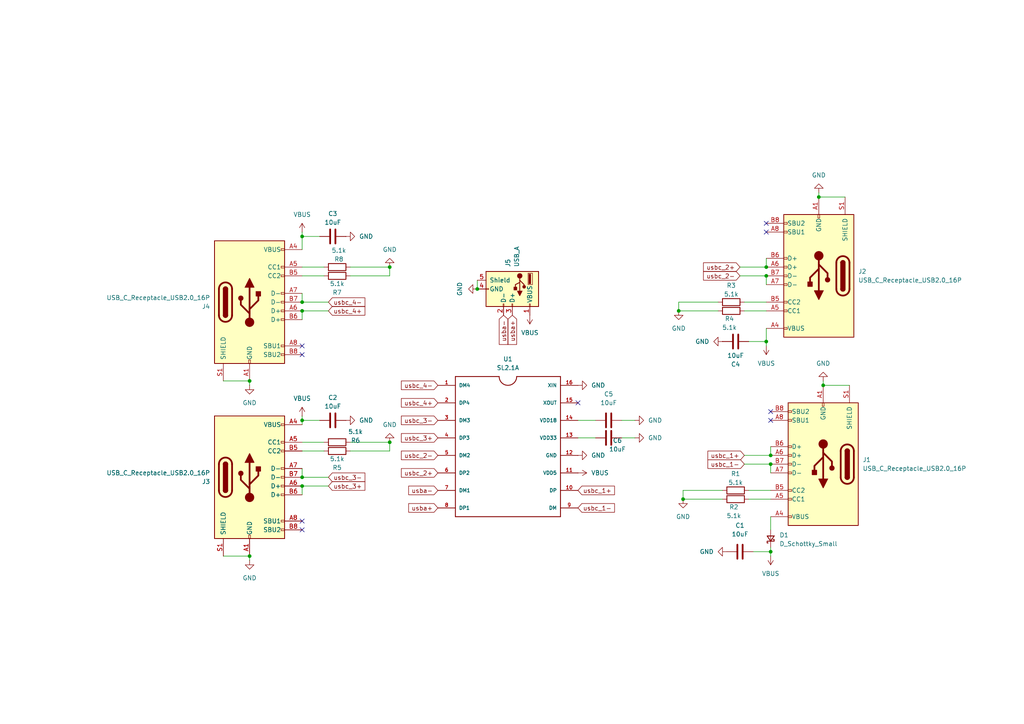
<source format=kicad_sch>
(kicad_sch (version 20231120) (generator "eeschema") (generator_version "8.0")
  (paper "A4")
  (lib_symbols
    (symbol "Connector:USB_A" (pin_names (offset 1.016))
      (property "Reference" "J" (at -5.08 11.43 0))
      (property "Value" "USB_A" (at -5.08 8.89 0))
      (symbol "USB_A_0_1"
        (rectangle (start -5.08 -7.62) (end 5.08 7.62) (stroke (width 0.254)) (fill (type background)))
        (circle (center -3.81 2.159) (radius 0.635) (stroke (width 0.254)) (fill (type outline)))
        (rectangle (start -1.524 4.826) (end -4.318 5.334) (fill (type outline)))
        (rectangle (start -1.27 4.572) (end -4.572 5.842))
        (circle (center -0.635 3.429) (radius 0.381) (stroke (width 0.254)) (fill (type outline)))
        (rectangle (start -0.127 -7.62) (end 0.127 -6.858))
        (polyline (pts (xy -3.175 2.159) (xy -2.54 2.159) (xy -1.27 3.429) (xy -0.635 3.429)) (stroke (width 0.254)))
        (polyline (pts (xy -2.54 2.159) (xy -1.905 2.159) (xy -1.27 0.889) (xy 0 0.889)) (stroke (width 0.254)))
        (polyline (pts (xy 0.635 2.794) (xy 0.635 1.524) (xy 1.905 2.159) (xy 0.635 2.794)) (stroke (width 0.254)) (fill (type outline)))
        (rectangle (start 0.254 1.27) (end -0.508 0.508) (stroke (width 0.254)) (fill (type outline)))
        (rectangle (start 5.08 -2.667) (end 4.318 -2.413))
        (rectangle (start 5.08 -0.127) (end 4.318 0.127))
        (rectangle (start 5.08 4.953) (end 4.318 5.207))
      )
      (symbol "USB_A_1_1"
        (polyline (pts (xy -1.905 2.159) (xy 0.635 2.159)) (stroke (width 0.254)))
        (pin power_in line (at 7.62 5.08 180) (length 2.54) (name "VBUS") (number "1"))
        (pin bidirectional line (at 7.62 -2.54 180) (length 2.54) (name "D-") (number "2"))
        (pin bidirectional line (at 7.62 0 180) (length 2.54) (name "D+") (number "3"))
        (pin power_in line (at 0 -10.16 90) (length 2.54) (name "GND") (number "4"))
        (pin passive line (at -2.54 -10.16 90) (length 2.54) (name "Shield") (number "5"))
      )
    )
    (symbol "Connector:USB_C_Receptacle_USB2.0_16P" (pin_names (offset 1.016))
      (property "Reference" "J" (at 0 22.225 0))
      (property "Value" "USB_C_Receptacle_USB2.0_16P" (at 0 19.685 0))
      (symbol "USB_C_Receptacle_USB2.0_16P_0_0"
        (rectangle (start -0.254 -17.78) (end 0.254 -16.764))
        (rectangle (start 10.16 -14.986) (end 9.144 -15.494))
        (rectangle (start 10.16 -12.446) (end 9.144 -12.954))
        (rectangle (start 10.16 -4.826) (end 9.144 -5.334))
        (rectangle (start 10.16 -2.286) (end 9.144 -2.794))
        (rectangle (start 10.16 0.254) (end 9.144 -0.254))
        (rectangle (start 10.16 2.794) (end 9.144 2.286))
        (rectangle (start 10.16 7.874) (end 9.144 7.366))
        (rectangle (start 10.16 10.414) (end 9.144 9.906))
        (rectangle (start 10.16 15.494) (end 9.144 14.986))
      )
      (symbol "USB_C_Receptacle_USB2.0_16P_0_1"
        (rectangle (start -10.16 17.78) (end 10.16 -17.78) (stroke (width 0.254)) (fill (type background)))
        (arc (start -8.89 -3.81) (mid -6.985 -5.7067) (end -5.08 -3.81) (stroke (width 0.508)))
        (arc (start -7.62 -3.81) (mid -6.985 -4.4423) (end -6.35 -3.81) (stroke (width 0.254)))
        (arc (start -7.62 -3.81) (mid -6.985 -4.4423) (end -6.35 -3.81) (stroke (width 0.254)) (fill (type outline)))
        (rectangle (start -7.62 -3.81) (end -6.35 3.81) (stroke (width 0.254)) (fill (type outline)))
        (arc (start -6.35 3.81) (mid -6.985 4.4423) (end -7.62 3.81) (stroke (width 0.254)))
        (arc (start -6.35 3.81) (mid -6.985 4.4423) (end -7.62 3.81) (stroke (width 0.254)) (fill (type outline)))
        (arc (start -5.08 3.81) (mid -6.985 5.7067) (end -8.89 3.81) (stroke (width 0.508)))
        (circle (center -2.54 1.143) (radius 0.635) (stroke (width 0.254)) (fill (type outline)))
        (circle (center 0 -5.842) (radius 1.27) (fill (type outline)))
        (polyline (pts (xy -8.89 -3.81) (xy -8.89 3.81)) (stroke (width 0.508)))
        (polyline (pts (xy -5.08 3.81) (xy -5.08 -3.81)) (stroke (width 0.508)))
        (polyline (pts (xy 0 -5.842) (xy 0 4.318)) (stroke (width 0.508)))
        (polyline (pts (xy 0 -3.302) (xy -2.54 -0.762) (xy -2.54 0.508)) (stroke (width 0.508)))
        (polyline (pts (xy 0 -2.032) (xy 2.54 0.508) (xy 2.54 1.778)) (stroke (width 0.508)))
        (polyline (pts (xy -1.27 4.318) (xy 0 6.858) (xy 1.27 4.318) (xy -1.27 4.318)) (stroke (width 0.254)) (fill (type outline)))
        (rectangle (start 1.905 1.778) (end 3.175 3.048) (stroke (width 0.254)) (fill (type outline)))
      )
      (symbol "USB_C_Receptacle_USB2.0_16P_1_1"
        (pin passive line (at 0 -22.86 90) (length 5.08) (name "GND") (number "A1"))
        (pin passive line (at 0 -22.86 90) (length 5.08) hide (name "GND") (number "A12"))
        (pin passive line (at 15.24 15.24 180) (length 5.08) (name "VBUS") (number "A4"))
        (pin bidirectional line (at 15.24 10.16 180) (length 5.08) (name "CC1") (number "A5"))
        (pin bidirectional line (at 15.24 -2.54 180) (length 5.08) (name "D+") (number "A6"))
        (pin bidirectional line (at 15.24 2.54 180) (length 5.08) (name "D-") (number "A7"))
        (pin bidirectional line (at 15.24 -12.7 180) (length 5.08) (name "SBU1") (number "A8"))
        (pin passive line (at 15.24 15.24 180) (length 5.08) hide (name "VBUS") (number "A9"))
        (pin passive line (at 0 -22.86 90) (length 5.08) hide (name "GND") (number "B1"))
        (pin passive line (at 0 -22.86 90) (length 5.08) hide (name "GND") (number "B12"))
        (pin passive line (at 15.24 15.24 180) (length 5.08) hide (name "VBUS") (number "B4"))
        (pin bidirectional line (at 15.24 7.62 180) (length 5.08) (name "CC2") (number "B5"))
        (pin bidirectional line (at 15.24 -5.08 180) (length 5.08) (name "D+") (number "B6"))
        (pin bidirectional line (at 15.24 0 180) (length 5.08) (name "D-") (number "B7"))
        (pin bidirectional line (at 15.24 -15.24 180) (length 5.08) (name "SBU2") (number "B8"))
        (pin passive line (at 15.24 15.24 180) (length 5.08) hide (name "VBUS") (number "B9"))
        (pin passive line (at -7.62 -22.86 90) (length 5.08) (name "SHIELD") (number "S1"))
      )
    )
    (symbol "Device:C" (pin_numbers hide) (pin_names (offset 0.254))
      (property "Reference" "C" (at 0.635 2.54 0))
      (property "Value" "C" (at 0.635 -2.54 0))
      (symbol "C_0_1"
        (polyline (pts (xy -2.032 -0.762) (xy 2.032 -0.762)) (stroke (width 0.508)))
        (polyline (pts (xy -2.032 0.762) (xy 2.032 0.762)) (stroke (width 0.508)))
      )
      (symbol "C_1_1"
        (pin passive line (at 0 3.81 270) (length 2.794) (name "~") (number "1"))
        (pin passive line (at 0 -3.81 90) (length 2.794) (name "~") (number "2"))
      )
    )
    (symbol "Device:D_Schottky_Small" (pin_numbers hide) (pin_names (offset 0.254) hide)
      (property "Reference" "D" (at -1.27 2.032 0))
      (property "Value" "D_Schottky_Small" (at -7.112 -2.032 0))
      (symbol "D_Schottky_Small_0_1"
        (polyline (pts (xy -0.762 0) (xy 0.762 0)))
        (polyline (pts (xy 0.762 -1.016) (xy -0.762 0) (xy 0.762 1.016) (xy 0.762 -1.016)) (stroke (width 0.254)))
        (polyline (pts (xy -1.27 0.762) (xy -1.27 1.016) (xy -0.762 1.016) (xy -0.762 -1.016) (xy -0.254 -1.016) (xy -0.254 -0.762)) (stroke (width 0.254)))
      )
      (symbol "D_Schottky_Small_1_1"
        (pin passive line (at -2.54 0 0) (length 1.778) (name "K") (number "1"))
        (pin passive line (at 2.54 0 180) (length 1.778) (name "A") (number "2"))
      )
    )
    (symbol "Device:R" (pin_numbers hide) (pin_names (offset 0))
      (property "Reference" "R" (at 2.032 0 90))
      (property "Value" "R" (at 0 0 90))
      (symbol "R_0_1"
        (rectangle (start -1.016 -2.54) (end 1.016 2.54) (stroke (width 0.254)))
      )
      (symbol "R_1_1"
        (pin passive line (at 0 3.81 270) (length 1.27) (name "~") (number "1"))
        (pin passive line (at 0 -3.81 90) (length 1.27) (name "~") (number "2"))
      )
    )
    (symbol "corechips:SL2.1A" (pin_names (offset 1.016))
      (property "Reference" "U" (at 0 22.86 0))
      (property "Value" "SL2.1A" (at 0 -22.86 0))
      (symbol "SL2.1A_0_0"
        (arc (start -2.54 20.32) (mid 0 17.791) (end 2.54 20.32) (stroke (width 0.254)))
        (polyline (pts (xy -15.24 -20.32) (xy 15.24 -20.32)) (stroke (width 0.254)))
        (polyline (pts (xy -15.24 20.32) (xy -15.24 -20.32)) (stroke (width 0.254)))
        (polyline (pts (xy -2.54 20.32) (xy -15.24 20.32)) (stroke (width 0.254)))
        (polyline (pts (xy 15.24 -20.32) (xy 15.24 20.32)) (stroke (width 0.254)))
        (polyline (pts (xy 15.24 20.32) (xy 2.54 20.32)) (stroke (width 0.254)))
        (pin bidirectional line (at -20.32 17.78 0) (length 5.08) (name "DM4") (number "1"))
        (pin bidirectional line (at 20.32 -12.7 180) (length 5.08) (name "DP") (number "10"))
        (pin bidirectional line (at 20.32 -7.62 180) (length 5.08) (name "VDD5") (number "11"))
        (pin bidirectional line (at 20.32 -2.54 180) (length 5.08) (name "GND") (number "12"))
        (pin bidirectional line (at 20.32 2.54 180) (length 5.08) (name "VDD33") (number "13"))
        (pin bidirectional line (at 20.32 7.62 180) (length 5.08) (name "VDD18") (number "14"))
        (pin bidirectional line (at 20.32 12.7 180) (length 5.08) (name "XOUT") (number "15"))
        (pin bidirectional line (at 20.32 17.78 180) (length 5.08) (name "XIN") (number "16"))
        (pin bidirectional line (at -20.32 12.7 0) (length 5.08) (name "DP4") (number "2"))
        (pin bidirectional line (at -20.32 7.62 0) (length 5.08) (name "DM3") (number "3"))
        (pin bidirectional line (at -20.32 2.54 0) (length 5.08) (name "DP3") (number "4"))
        (pin bidirectional line (at -20.32 -2.54 0) (length 5.08) (name "DM2") (number "5"))
        (pin bidirectional line (at -20.32 -7.62 0) (length 5.08) (name "DP2") (number "6"))
        (pin bidirectional line (at -20.32 -12.7 0) (length 5.08) (name "DM1") (number "7"))
        (pin bidirectional line (at -20.32 -17.78 0) (length 5.08) (name "DP1") (number "8"))
        (pin bidirectional line (at 20.32 -17.78 180) (length 5.08) (name "DM") (number "9"))
      )
    )
    (symbol "power:GND" (power) (pin_numbers hide) (pin_names (offset 0) hide)
      (property "Value" "GND" (at 0 -3.81 0))
      (symbol "GND_0_1"
        (polyline (pts (xy 0 0) (xy 0 -1.27) (xy 1.27 -1.27) (xy 0 -2.54) (xy -1.27 -1.27) (xy 0 -1.27)))
      )
      (symbol "GND_1_1"
        (pin power_in line (at 0 0 270) (length 0) (name "~") (number "1"))
      )
    )
    (symbol "power:VBUS" (power) (pin_numbers hide) (pin_names (offset 0) hide)
      (property "Value" "VBUS" (at 0 3.556 0))
      (symbol "VBUS_0_1"
        (polyline (pts (xy -0.762 1.27) (xy 0 2.54)))
        (polyline (pts (xy 0 0) (xy 0 2.54)))
        (polyline (pts (xy 0 2.54) (xy 0.762 1.27)))
      )
      (symbol "VBUS_1_1"
        (pin power_in line (at 0 0 90) (length 0) (name "~") (number "1"))
      )
    )
  )
  (junction (at 222.25 99.06))
  (junction (at 87.63 138.43))
  (junction (at 72.39 110.49))
  (junction (at 237.49 57.15))
  (junction (at 113.03 77.47))
  (junction (at 87.63 121.92))
  (junction (at 222.25 77.47))
  (junction (at 113.03 128.27))
  (junction (at 138.43 83.82))
  (junction (at 223.52 132.08))
  (junction (at 196.85 90.17))
  (junction (at 222.25 80.01))
  (junction (at 72.39 161.29))
  (junction (at 238.76 111.76))
  (junction (at 198.12 144.78))
  (junction (at 87.63 140.97))
  (junction (at 87.63 68.58))
  (junction (at 223.52 160.02))
  (junction (at 87.63 90.17))
  (junction (at 87.63 87.63))
  (junction (at 223.52 134.62))
  (no_connect (at 87.63 153.67))
  (no_connect (at 222.25 67.31))
  (no_connect (at 222.25 64.77))
  (no_connect (at 87.63 102.87))
  (no_connect (at 87.63 100.33))
  (no_connect (at 223.52 119.38))
  (no_connect (at 167.64 116.84))
  (no_connect (at 87.63 151.13))
  (no_connect (at 223.52 121.92))
  (wire (pts (xy 87.63 121.92) (xy 87.63 123.19)))
  (wire (pts (xy 113.03 130.81) (xy 101.6 130.81)))
  (wire (pts (xy 222.25 80.01) (xy 222.25 82.55)))
  (wire (pts (xy 87.63 67.31) (xy 87.63 68.58)))
  (wire (pts (xy 93.98 77.47) (xy 87.63 77.47)))
  (wire (pts (xy 196.85 87.63) (xy 208.28 87.63)))
  (wire (pts (xy 215.9 90.17) (xy 222.25 90.17)))
  (wire (pts (xy 72.39 110.49) (xy 64.77 110.49)))
  (wire (pts (xy 238.76 111.76) (xy 246.38 111.76)))
  (wire (pts (xy 218.44 160.02) (xy 223.52 160.02)))
  (wire (pts (xy 180.34 121.92) (xy 184.15 121.92)))
  (wire (pts (xy 113.03 80.01) (xy 113.03 77.47)))
  (wire (pts (xy 87.63 87.63) (xy 87.63 85.09)))
  (wire (pts (xy 215.9 132.08) (xy 223.52 132.08)))
  (wire (pts (xy 87.63 143.51) (xy 87.63 140.97)))
  (wire (pts (xy 217.17 144.78) (xy 223.52 144.78)))
  (wire (pts (xy 87.63 68.58) (xy 87.63 72.39)))
  (wire (pts (xy 215.9 134.62) (xy 223.52 134.62)))
  (wire (pts (xy 167.64 121.92) (xy 172.72 121.92)))
  (wire (pts (xy 92.71 121.92) (xy 87.63 121.92)))
  (wire (pts (xy 93.98 80.01) (xy 87.63 80.01)))
  (wire (pts (xy 72.39 111.76) (xy 72.39 110.49)))
  (wire (pts (xy 198.12 142.24) (xy 198.12 144.78)))
  (wire (pts (xy 92.71 68.58) (xy 87.63 68.58)))
  (wire (pts (xy 223.52 160.02) (xy 223.52 158.75)))
  (wire (pts (xy 223.52 134.62) (xy 223.52 137.16)))
  (wire (pts (xy 87.63 120.65) (xy 87.63 121.92)))
  (wire (pts (xy 214.63 80.01) (xy 222.25 80.01)))
  (wire (pts (xy 95.25 90.17) (xy 87.63 90.17)))
  (wire (pts (xy 237.49 55.88) (xy 237.49 57.15)))
  (wire (pts (xy 237.49 57.15) (xy 245.11 57.15)))
  (wire (pts (xy 196.85 90.17) (xy 208.28 90.17)))
  (wire (pts (xy 87.63 92.71) (xy 87.63 90.17)))
  (wire (pts (xy 93.98 130.81) (xy 87.63 130.81)))
  (wire (pts (xy 87.63 138.43) (xy 87.63 135.89)))
  (wire (pts (xy 222.25 100.33) (xy 222.25 99.06)))
  (wire (pts (xy 222.25 99.06) (xy 222.25 95.25)))
  (wire (pts (xy 180.34 127) (xy 184.15 127)))
  (wire (pts (xy 222.25 74.93) (xy 222.25 77.47)))
  (wire (pts (xy 113.03 80.01) (xy 101.6 80.01)))
  (wire (pts (xy 215.9 87.63) (xy 222.25 87.63)))
  (wire (pts (xy 198.12 144.78) (xy 209.55 144.78)))
  (wire (pts (xy 198.12 142.24) (xy 209.55 142.24)))
  (wire (pts (xy 113.03 128.27) (xy 101.6 128.27)))
  (wire (pts (xy 223.52 153.67) (xy 223.52 149.86)))
  (wire (pts (xy 113.03 77.47) (xy 101.6 77.47)))
  (wire (pts (xy 93.98 128.27) (xy 87.63 128.27)))
  (wire (pts (xy 95.25 87.63) (xy 87.63 87.63)))
  (wire (pts (xy 72.39 162.56) (xy 72.39 161.29)))
  (wire (pts (xy 238.76 110.49) (xy 238.76 111.76)))
  (wire (pts (xy 167.64 127) (xy 172.72 127)))
  (wire (pts (xy 196.85 87.63) (xy 196.85 90.17)))
  (wire (pts (xy 138.43 81.28) (xy 138.43 83.82)))
  (wire (pts (xy 113.03 130.81) (xy 113.03 128.27)))
  (wire (pts (xy 214.63 77.47) (xy 222.25 77.47)))
  (wire (pts (xy 223.52 161.29) (xy 223.52 160.02)))
  (wire (pts (xy 72.39 161.29) (xy 64.77 161.29)))
  (wire (pts (xy 217.17 142.24) (xy 223.52 142.24)))
  (wire (pts (xy 217.17 99.06) (xy 222.25 99.06)))
  (wire (pts (xy 95.25 138.43) (xy 87.63 138.43)))
  (wire (pts (xy 223.52 129.54) (xy 223.52 132.08)))
  (wire (pts (xy 95.25 140.97) (xy 87.63 140.97)))
  (global_label "usbc_3-" (shape input) (at 127 121.92 180) (property "Intersheetrefs" "${INTERSHEET_REFS}" (effects (hide yes))))
  (global_label "usbc_4+" (shape input) (at 127 116.84 180) (property "Intersheetrefs" "${INTERSHEET_REFS}" (effects (hide yes))))
  (global_label "usbc_4-" (shape input) (at 95.25 87.63 0) (property "Intersheetrefs" "${INTERSHEET_REFS}" (effects (hide yes))))
  (global_label "usbc_4-" (shape input) (at 127 111.76 180) (property "Intersheetrefs" "${INTERSHEET_REFS}" (effects (hide yes))))
  (global_label "usbc_1+" (shape input) (at 167.64 142.24 0) (property "Intersheetrefs" "${INTERSHEET_REFS}" (effects (hide yes))))
  (global_label "usba+" (shape input) (at 148.59 91.44 270) (property "Intersheetrefs" "${INTERSHEET_REFS}" (effects (hide yes))))
  (global_label "usbc_2+" (shape input) (at 127 137.16 180) (property "Intersheetrefs" "${INTERSHEET_REFS}" (effects (hide yes))))
  (global_label "usba+" (shape input) (at 127 147.32 180) (property "Intersheetrefs" "${INTERSHEET_REFS}" (effects (hide yes))))
  (global_label "usbc_2-" (shape input) (at 127 132.08 180) (property "Intersheetrefs" "${INTERSHEET_REFS}" (effects (hide yes))))
  (global_label "usba-" (shape input) (at 127 142.24 180) (property "Intersheetrefs" "${INTERSHEET_REFS}" (effects (hide yes))))
  (global_label "usbc_3-" (shape input) (at 95.25 138.43 0) (property "Intersheetrefs" "${INTERSHEET_REFS}" (effects (hide yes))))
  (global_label "usbc_1-" (shape input) (at 215.9 134.62 180) (property "Intersheetrefs" "${INTERSHEET_REFS}" (effects (hide yes))))
  (global_label "usbc_2+" (shape input) (at 214.63 77.47 180) (property "Intersheetrefs" "${INTERSHEET_REFS}" (effects (hide yes))))
  (global_label "usbc_2-" (shape input) (at 214.63 80.01 180) (property "Intersheetrefs" "${INTERSHEET_REFS}" (effects (hide yes))))
  (global_label "usbc_3+" (shape input) (at 95.25 140.97 0) (property "Intersheetrefs" "${INTERSHEET_REFS}" (effects (hide yes))))
  (global_label "usbc_1+" (shape input) (at 215.9 132.08 180) (property "Intersheetrefs" "${INTERSHEET_REFS}" (effects (hide yes))))
  (global_label "usbc_1-" (shape input) (at 167.64 147.32 0) (property "Intersheetrefs" "${INTERSHEET_REFS}" (effects (hide yes))))
  (global_label "usbc_3+" (shape input) (at 127 127 180) (property "Intersheetrefs" "${INTERSHEET_REFS}" (effects (hide yes))))
  (global_label "usba-" (shape input) (at 146.05 91.44 270) (property "Intersheetrefs" "${INTERSHEET_REFS}" (effects (hide yes))))
  (global_label "usbc_4+" (shape input) (at 95.25 90.17 0) (property "Intersheetrefs" "${INTERSHEET_REFS}" (effects (hide yes))))
  (symbol (lib_id "power:VBUS") (at 222.25 100.33 180) (unit 1)
    (property "Reference" "#PWR015" (effects (hide yes)))
    (property "Value" "VBUS" (at 222.25 105.41 0))
    (property "Description" "Power symbol creates a global label with name \"VBUS\"" (effects (hide yes)))
  )
  (symbol (lib_id "Device:R") (at 213.36 144.78 90) (unit 1)
    (property "Reference" "R2" (at 212.852 147.066 90))
    (property "Value" "5.1k" (at 212.852 149.606 90))
    (property "Footprint" "Resistor_SMD:R_0603_1608Metric" (effects (hide yes)))
    (property "Description" "Resistor" (effects (hide yes)))
  )
  (symbol (lib_id "power:GND") (at 113.03 128.27 180) (unit 1)
    (property "Reference" "#PWR011" (effects (hide yes)))
    (property "Value" "GND" (at 113.03 123.19 0))
    (property "Description" "Power symbol creates a global label with name \"GND\" , ground" (effects (hide yes)))
  )
  (symbol (lib_id "power:VBUS") (at 223.52 161.29 180) (unit 1)
    (property "Reference" "#PWR06" (effects (hide yes)))
    (property "Value" "VBUS" (at 223.52 166.37 0))
    (property "Description" "Power symbol creates a global label with name \"VBUS\"" (effects (hide yes)))
  )
  (symbol (lib_id "power:GND") (at 167.64 132.08 90) (unit 1)
    (property "Reference" "#PWR01" (effects (hide yes)))
    (property "Value" "GND" (at 171.45 132.0799 90) (effects (justify right)))
    (property "Description" "Power symbol creates a global label with name \"GND\" , ground" (effects (hide yes)))
  )
  (symbol (lib_id "power:GND") (at 238.76 110.49 180) (unit 1)
    (property "Reference" "#PWR05" (effects (hide yes)))
    (property "Value" "GND" (at 238.76 105.41 0))
    (property "Description" "Power symbol creates a global label with name \"GND\" , ground" (effects (hide yes)))
  )
  (symbol (lib_id "Device:C") (at 96.52 121.92 270) (unit 1)
    (property "Reference" "C2" (at 96.52 115.316 90))
    (property "Value" "10uF" (at 96.52 117.856 90))
    (property "Footprint" "Capacitor_SMD:C_1210_3225Metric" (effects (hide yes)))
    (property "Description" "Unpolarized capacitor" (effects (hide yes)))
  )
  (symbol (lib_id "power:GND") (at 72.39 111.76 0) (unit 1)
    (property "Reference" "#PWR016" (effects (hide yes)))
    (property "Value" "GND" (at 72.39 116.84 0))
    (property "Description" "Power symbol creates a global label with name \"GND\" , ground" (effects (hide yes)))
  )
  (symbol (lib_id "Connector:USB_C_Receptacle_USB2.0_16P") (at 72.39 138.43 0) (unit 1)
    (property "Reference" "J3" (at 60.96 139.7001 0) (effects (justify right)))
    (property "Value" "USB_C_Receptacle_USB2.0_16P" (at 60.96 137.1601 0) (effects (justify right)))
    (property "Footprint" "Connector_USB:USB_C_Receptacle_G-Switch_GT-USB-7010ASV" (effects (hide yes)))
    (property "Datasheet" "https://www.usb.org/sites/default/files/documents/usb_type-c.zip" (effects (hide yes)))
    (property "Description" "USB 2.0-only 16P Type-C Receptacle connector" (effects (hide yes)))
  )
  (symbol (lib_id "Device:R") (at 97.79 128.27 270) (unit 1)
    (property "Reference" "R6" (at 103.124 127.762 90))
    (property "Value" "5.1k" (at 103.124 125.222 90))
    (property "Footprint" "Resistor_SMD:R_0603_1608Metric" (effects (hide yes)))
    (property "Description" "Resistor" (effects (hide yes)))
  )
  (symbol (lib_id "power:GND") (at 184.15 127 90) (unit 1)
    (property "Reference" "#PWR09" (effects (hide yes)))
    (property "Value" "GND" (at 187.96 126.9999 90) (effects (justify right)))
    (property "Description" "Power symbol creates a global label with name \"GND\" , ground" (effects (hide yes)))
  )
  (symbol (lib_id "Device:C") (at 213.36 99.06 90) (unit 1)
    (property "Reference" "C4" (at 213.36 105.664 90))
    (property "Value" "10uF" (at 213.36 103.124 90))
    (property "Footprint" "Capacitor_SMD:C_1210_3225Metric" (effects (hide yes)))
    (property "Description" "Unpolarized capacitor" (effects (hide yes)))
  )
  (symbol (lib_id "power:GND") (at 184.15 121.92 90) (unit 1)
    (property "Reference" "#PWR022" (effects (hide yes)))
    (property "Value" "GND" (at 187.96 121.9199 90) (effects (justify right)))
    (property "Description" "Power symbol creates a global label with name \"GND\" , ground" (effects (hide yes)))
  )
  (symbol (lib_id "power:VBUS") (at 153.67 91.44 180) (unit 1)
    (property "Reference" "#PWR03" (effects (hide yes)))
    (property "Value" "VBUS" (at 153.67 96.52 0))
    (property "Description" "Power symbol creates a global label with name \"VBUS\"" (effects (hide yes)))
  )
  (symbol (lib_id "Device:R") (at 97.79 77.47 270) (unit 1)
    (property "Reference" "R8" (at 98.298 75.184 90))
    (property "Value" "5.1k" (at 98.298 72.644 90))
    (property "Footprint" "Resistor_SMD:R_0603_1608Metric" (effects (hide yes)))
    (property "Description" "Resistor" (effects (hide yes)))
  )
  (symbol (lib_id "power:GND") (at 138.43 83.82 270) (unit 1)
    (property "Reference" "#PWR04" (effects (hide yes)))
    (property "Value" "GND" (at 133.35 83.82 0))
    (property "Description" "Power symbol creates a global label with name \"GND\" , ground" (effects (hide yes)))
  )
  (symbol (lib_id "Device:R") (at 212.09 87.63 90) (unit 1)
    (property "Reference" "R3" (at 212.09 82.804 90))
    (property "Value" "5.1k" (at 212.09 85.344 90))
    (property "Footprint" "Resistor_SMD:R_0603_1608Metric" (effects (hide yes)))
    (property "Description" "Resistor" (effects (hide yes)))
  )
  (symbol (lib_id "Device:R") (at 97.79 130.81 270) (unit 1)
    (property "Reference" "R5" (at 97.79 135.636 90))
    (property "Value" "5.1k" (at 97.79 133.096 90))
    (property "Footprint" "Resistor_SMD:R_0603_1608Metric" (effects (hide yes)))
    (property "Description" "Resistor" (effects (hide yes)))
  )
  (symbol (lib_id "corechips:SL2.1A") (at 147.32 129.54 0) (unit 1)
    (property "Reference" "U1" (at 147.32 104.14 0))
    (property "Value" "SL2.1A" (at 147.32 106.68 0))
    (property "Footprint" "corechips:SO16" (effects (hide yes)))
    (property "MF" "CoreChips ShenZhen CO.,Ltd" (effects (hide yes)))
    (property "Description_1" "\n                        \n                            USB 2.0 HIGH SPEED 4-PORT HUB CONTROLLER \n                        \n" (effects (hide yes)))
    (property "Package" "Package" (effects (hide yes)))
    (property "Price" "None" (effects (hide yes)))
    (property "SnapEDA_Link" "https://www.snapeda.com/parts/SL2.1A/CoreChips+ShenZhen+CO.%252CLtd/view-part/?ref=snap" (effects (hide yes)))
    (property "MP" "SL2.1A" (effects (hide yes)))
    (property "Availability" "Not in stock" (effects (hide yes)))
    (property "Check_prices" "https://www.snapeda.com/parts/SL2.1A/CoreChips+ShenZhen+CO.%252CLtd/view-part/?ref=eda" (effects (hide yes)))
  )
  (symbol (lib_id "Device:C") (at 176.53 121.92 90) (unit 1)
    (property "Reference" "C5" (at 176.53 114.3 90))
    (property "Value" "10uF" (at 176.53 116.84 90))
    (property "Footprint" "Capacitor_SMD:C_1210_3225Metric" (effects (hide yes)))
    (property "Description" "Unpolarized capacitor" (effects (hide yes)))
  )
  (symbol (lib_id "power:GND") (at 100.33 68.58 90) (unit 1)
    (property "Reference" "#PWR020" (effects (hide yes)))
    (property "Value" "GND" (at 104.14 68.5801 90) (effects (justify right)))
    (property "Description" "Power symbol creates a global label with name \"GND\" , ground" (effects (hide yes)))
  )
  (symbol (lib_id "power:GND") (at 100.33 121.92 90) (unit 1)
    (property "Reference" "#PWR018" (effects (hide yes)))
    (property "Value" "GND" (at 104.14 121.9201 90) (effects (justify right)))
    (property "Description" "Power symbol creates a global label with name \"GND\" , ground" (effects (hide yes)))
  )
  (symbol (lib_id "Device:R") (at 212.09 90.17 90) (unit 1)
    (property "Reference" "R4" (at 211.582 92.456 90))
    (property "Value" "5.1k" (at 211.582 94.996 90))
    (property "Footprint" "Resistor_SMD:R_0603_1608Metric" (effects (hide yes)))
    (property "Description" "Resistor" (effects (hide yes)))
  )
  (symbol (lib_id "power:GND") (at 196.85 90.17 0) (unit 1)
    (property "Reference" "#PWR08" (effects (hide yes)))
    (property "Value" "GND" (at 196.85 95.25 0))
    (property "Description" "Power symbol creates a global label with name \"GND\" , ground" (effects (hide yes)))
  )
  (symbol (lib_id "power:GND") (at 167.64 111.76 90) (unit 1)
    (property "Reference" "#PWR023" (effects (hide yes)))
    (property "Value" "GND" (at 171.45 111.7599 90) (effects (justify right)))
    (property "Description" "Power symbol creates a global label with name \"GND\" , ground" (effects (hide yes)))
  )
  (symbol (lib_id "power:VBUS") (at 87.63 67.31 0) (unit 1)
    (property "Reference" "#PWR019" (effects (hide yes)))
    (property "Value" "VBUS" (at 87.63 62.23 0))
    (property "Description" "Power symbol creates a global label with name \"VBUS\"" (effects (hide yes)))
  )
  (symbol (lib_id "Device:C") (at 176.53 127 90) (unit 1)
    (property "Reference" "C6" (at 179.07 127.762 90))
    (property "Value" "10uF" (at 179.07 130.302 90))
    (property "Footprint" "Capacitor_SMD:C_1210_3225Metric" (effects (hide yes)))
    (property "Description" "Unpolarized capacitor" (effects (hide yes)))
  )
  (symbol (lib_id "power:GND") (at 210.82 160.02 270) (unit 1)
    (property "Reference" "#PWR017" (effects (hide yes)))
    (property "Value" "GND" (at 207.01 160.0199 90) (effects (justify right)))
    (property "Description" "Power symbol creates a global label with name \"GND\" , ground" (effects (hide yes)))
  )
  (symbol (lib_id "Device:C") (at 214.63 160.02 90) (unit 1)
    (property "Reference" "C1" (at 214.63 152.4 90))
    (property "Value" "10uF" (at 214.63 154.94 90))
    (property "Footprint" "Capacitor_SMD:C_1210_3225Metric" (effects (hide yes)))
    (property "Description" "Unpolarized capacitor" (effects (hide yes)))
  )
  (symbol (lib_id "Device:C") (at 96.52 68.58 270) (unit 1)
    (property "Reference" "C3" (at 96.52 61.976 90))
    (property "Value" "10uF" (at 96.52 64.516 90))
    (property "Footprint" "Capacitor_SMD:C_1210_3225Metric" (effects (hide yes)))
    (property "Description" "Unpolarized capacitor" (effects (hide yes)))
  )
  (symbol (lib_id "Device:R") (at 213.36 142.24 90) (unit 1)
    (property "Reference" "R1" (at 213.36 137.414 90))
    (property "Value" "5.1k" (at 213.36 139.954 90))
    (property "Footprint" "Resistor_SMD:R_0603_1608Metric" (effects (hide yes)))
    (property "Description" "Resistor" (effects (hide yes)))
  )
  (symbol (lib_id "power:GND") (at 72.39 162.56 0) (unit 1)
    (property "Reference" "#PWR013" (effects (hide yes)))
    (property "Value" "GND" (at 72.39 167.64 0))
    (property "Description" "Power symbol creates a global label with name \"GND\" , ground" (effects (hide yes)))
  )
  (symbol (lib_id "power:GND") (at 237.49 55.88 180) (unit 1)
    (property "Reference" "#PWR010" (effects (hide yes)))
    (property "Value" "GND" (at 237.49 50.8 0))
    (property "Description" "Power symbol creates a global label with name \"GND\" , ground" (effects (hide yes)))
  )
  (symbol (lib_id "Connector:USB_A") (at 148.59 83.82 270) (unit 1)
    (property "Reference" "J5" (at 147.3199 77.47 0) (effects (justify right)))
    (property "Value" "USB_A" (at 149.8599 77.47 0) (effects (justify right)))
    (property "Footprint" "Connector_USB:USB_A_Receptacle_GCT_USB1046" (effects (hide yes)))
    (property "Description" "USB Type A connector" (effects (hide yes)))
  )
  (symbol (lib_id "Connector:USB_C_Receptacle_USB2.0_16P") (at 238.76 134.62 180) (unit 1)
    (property "Reference" "J1" (at 250.19 133.3499 0) (effects (justify right)))
    (property "Value" "USB_C_Receptacle_USB2.0_16P" (at 250.19 135.8899 0) (effects (justify right)))
    (property "Footprint" "Connector_USB:USB_C_Receptacle_G-Switch_GT-USB-7010ASV" (effects (hide yes)))
    (property "Datasheet" "https://www.usb.org/sites/default/files/documents/usb_type-c.zip" (effects (hide yes)))
    (property "Description" "USB 2.0-only 16P Type-C Receptacle connector" (effects (hide yes)))
  )
  (symbol (lib_id "power:GND") (at 113.03 77.47 180) (unit 1)
    (property "Reference" "#PWR014" (effects (hide yes)))
    (property "Value" "GND" (at 113.03 72.39 0))
    (property "Description" "Power symbol creates a global label with name \"GND\" , ground" (effects (hide yes)))
  )
  (symbol (lib_id "Connector:USB_C_Receptacle_USB2.0_16P") (at 72.39 87.63 0) (unit 1)
    (property "Reference" "J4" (at 60.96 88.9001 0) (effects (justify right)))
    (property "Value" "USB_C_Receptacle_USB2.0_16P" (at 60.96 86.3601 0) (effects (justify right)))
    (property "Footprint" "Connector_USB:USB_C_Receptacle_G-Switch_GT-USB-7010ASV" (effects (hide yes)))
    (property "Datasheet" "https://www.usb.org/sites/default/files/documents/usb_type-c.zip" (effects (hide yes)))
    (property "Description" "USB 2.0-only 16P Type-C Receptacle connector" (effects (hide yes)))
  )
  (symbol (lib_id "Connector:USB_C_Receptacle_USB2.0_16P") (at 237.49 80.01 180) (unit 1)
    (property "Reference" "J2" (at 248.92 78.7399 0) (effects (justify right)))
    (property "Value" "USB_C_Receptacle_USB2.0_16P" (at 248.92 81.2799 0) (effects (justify right)))
    (property "Footprint" "Connector_USB:USB_C_Receptacle_G-Switch_GT-USB-7010ASV" (effects (hide yes)))
    (property "Datasheet" "https://www.usb.org/sites/default/files/documents/usb_type-c.zip" (effects (hide yes)))
    (property "Description" "USB 2.0-only 16P Type-C Receptacle connector" (effects (hide yes)))
  )
  (symbol (lib_id "power:VBUS") (at 87.63 120.65 0) (unit 1)
    (property "Reference" "#PWR012" (effects (hide yes)))
    (property "Value" "VBUS" (at 87.63 115.57 0))
    (property "Description" "Power symbol creates a global label with name \"VBUS\"" (effects (hide yes)))
  )
  (symbol (lib_id "power:VBUS") (at 167.64 137.16 270) (unit 1)
    (property "Reference" "#PWR02" (effects (hide yes)))
    (property "Value" "VBUS" (at 171.45 137.1599 90) (effects (justify left)))
    (property "Description" "Power symbol creates a global label with name \"VBUS\"" (effects (hide yes)))
  )
  (symbol (lib_id "Device:D_Schottky_Small") (at 223.52 156.21 90) (unit 1)
    (property "Reference" "D1" (at 226.06 155.1939 90) (effects (justify right)))
    (property "Value" "D_Schottky_Small" (at 226.06 157.7339 90) (effects (justify right)))
    (property "Footprint" "Diode_SMD:D_SMA" (effects (hide yes)))
    (property "Description" "Schottky diode, small symbol" (effects (hide yes)))
  )
  (symbol (lib_id "power:GND") (at 198.12 144.78 0) (unit 1)
    (property "Reference" "#PWR07" (effects (hide yes)))
    (property "Value" "GND" (at 198.12 149.86 0))
    (property "Description" "Power symbol creates a global label with name \"GND\" , ground" (effects (hide yes)))
  )
  (symbol (lib_id "power:GND") (at 209.55 99.06 270) (unit 1)
    (property "Reference" "#PWR021" (effects (hide yes)))
    (property "Value" "GND" (at 205.74 99.0599 90) (effects (justify right)))
    (property "Description" "Power symbol creates a global label with name \"GND\" , ground" (effects (hide yes)))
  )
  (symbol (lib_id "Device:R") (at 97.79 80.01 270) (unit 1)
    (property "Reference" "R7" (at 97.79 84.836 90))
    (property "Value" "5.1k" (at 97.79 82.296 90))
    (property "Footprint" "Resistor_SMD:R_0603_1608Metric" (effects (hide yes)))
    (property "Description" "Resistor" (effects (hide yes)))
  )
)
</source>
